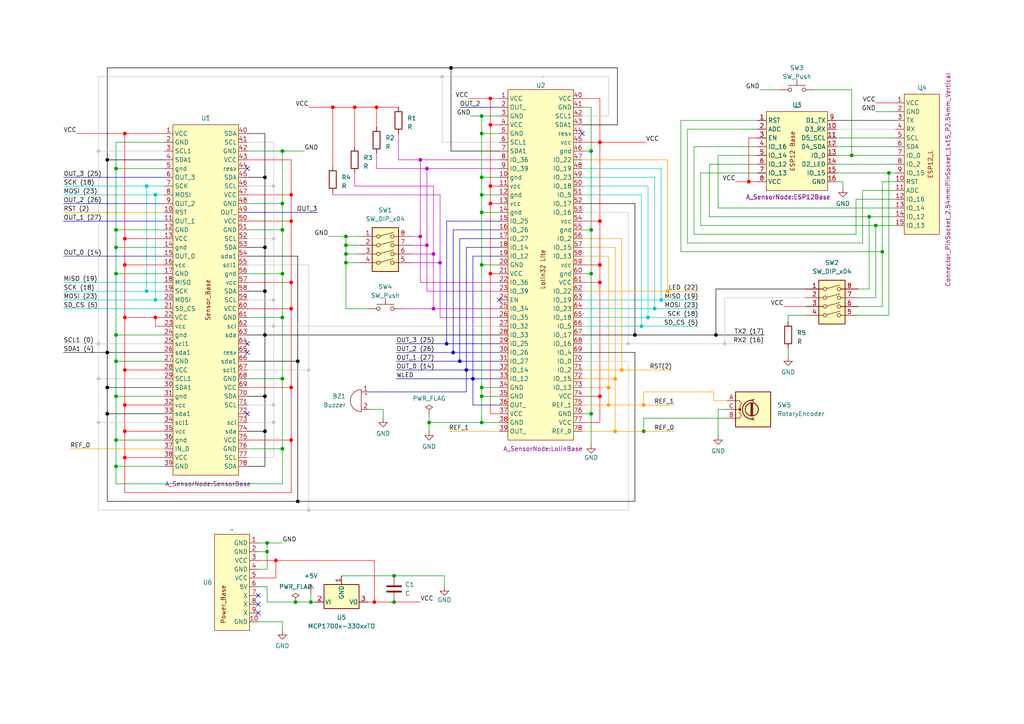
<source format=kicad_sch>
(kicad_sch (version 20230121) (generator eeschema)
  (paper "A4")
  (junction (at 131.445 102.235) (color 0 0 194 1))
  (junction (at 207.645 97.155) (color 0 0 0 1))
  (junction (at 139.7 33.655))
  (junction (at 36.195 117.475) (color 255 0 0 1))
  (junction (at 85.725 174.625))
  (junction (at 36.195 76.835) (color 255 0 0 1))
  (junction (at 79.375 122.555) (color 194 194 194 1))
  (junction (at 36.195 107.315) (color 255 0 0 1))
  (junction (at 81.915 43.815))
  (junction (at 142.24 53.975) (color 255 0 0 1))
  (junction (at 100.33 73.66))
  (junction (at 77.47 160.02))
  (junction (at 254 65.405))
  (junction (at 247.015 45.085))
  (junction (at 139.7 38.735))
  (junction (at 142.24 79.375) (color 255 0 0 1))
  (junction (at 36.195 132.715) (color 255 0 0 1))
  (junction (at 176.53 112.395) (color 255 153 0 1))
  (junction (at 79.375 69.215) (color 194 194 194 1))
  (junction (at 76.835 71.755) (color 0 0 0 1))
  (junction (at 123.825 48.895) (color 194 0 194 1))
  (junction (at 84.455 112.395) (color 255 0 0 1))
  (junction (at 182.245 99.695) (color 194 194 194 1))
  (junction (at 142.24 59.055) (color 255 0 0 1))
  (junction (at 255.905 73.025))
  (junction (at 186.69 117.475) (color 255 153 0 1))
  (junction (at 84.455 89.535) (color 255 0 0 1))
  (junction (at 33.655 79.375))
  (junction (at 100.33 68.58))
  (junction (at 139.7 112.395))
  (junction (at 193.675 84.455) (color 255 153 0 1))
  (junction (at 173.99 76.835) (color 255 0 0 1))
  (junction (at 210.185 99.695) (color 194 194 194 1))
  (junction (at 76.835 51.435) (color 0 0 0 1))
  (junction (at 189.865 89.535) (color 0 194 194 1))
  (junction (at 96.52 31.115) (color 255 0 0 1))
  (junction (at 139.7 51.435))
  (junction (at 125.73 89.535) (color 194 0 194 1))
  (junction (at 76.835 114.935) (color 0 0 0 1))
  (junction (at 28.575 99.695) (color 194 194 194 1))
  (junction (at 257.81 50.165))
  (junction (at 81.915 109.855))
  (junction (at 36.195 125.095) (color 255 0 0 1))
  (junction (at 28.575 109.855) (color 194 194 194 1))
  (junction (at 109.22 31.115) (color 255 0 0 1))
  (junction (at 33.655 66.675))
  (junction (at 217.17 52.705) (color 255 0 0 1))
  (junction (at 100.33 76.2))
  (junction (at 139.7 122.555))
  (junction (at 79.375 117.475) (color 194 194 194 1))
  (junction (at 186.055 94.615) (color 0 194 194 1))
  (junction (at 77.47 157.48))
  (junction (at 187.96 92.075) (color 0 194 194 1))
  (junction (at 45.085 92.075) (color 255 0 0 1))
  (junction (at 128.27 22.225) (color 194 194 194 1))
  (junction (at 81.915 92.075))
  (junction (at 171.45 43.815))
  (junction (at 133.35 104.775) (color 0 0 194 1))
  (junction (at 33.655 135.255))
  (junction (at 79.375 86.995) (color 194 194 194 1))
  (junction (at 76.835 125.095) (color 0 0 0 1))
  (junction (at 33.655 97.155))
  (junction (at 130.81 19.685) (color 0 0 0 1))
  (junction (at 127.635 76.2) (color 194 0 194 1))
  (junction (at 36.195 38.735) (color 255 0 0 1))
  (junction (at 79.375 94.615) (color 194 194 194 1))
  (junction (at 84.455 81.915) (color 255 0 0 1))
  (junction (at 135.255 107.315) (color 0 0 194 1))
  (junction (at 84.455 127.635) (color 255 0 0 1))
  (junction (at 100.33 71.12))
  (junction (at 137.16 109.855) (color 0 0 194 1))
  (junction (at 42.545 84.455) (color 0 194 194 1))
  (junction (at 28.575 43.815) (color 194 194 194 1))
  (junction (at 45.085 56.515) (color 0 194 194 1))
  (junction (at 191.77 86.995) (color 0 194 194 1))
  (junction (at 123.825 71.12) (color 194 0 194 1))
  (junction (at 28.575 122.555) (color 194 194 194 1))
  (junction (at 36.195 69.215) (color 255 0 0 1))
  (junction (at 36.195 92.075) (color 255 0 0 1))
  (junction (at 173.99 41.275) (color 255 0 0 1))
  (junction (at 84.455 56.515) (color 255 0 0 1))
  (junction (at 33.655 71.755))
  (junction (at 129.54 99.695) (color 0 0 194 1))
  (junction (at 31.115 112.395) (color 0 0 0 1))
  (junction (at 79.375 53.975) (color 194 194 194 1))
  (junction (at 171.45 120.015))
  (junction (at 76.835 84.455) (color 0 0 0 1))
  (junction (at 171.45 79.375))
  (junction (at 173.99 114.935) (color 255 0 0 1))
  (junction (at 114.3 167.005))
  (junction (at 90.17 174.625))
  (junction (at 80.01 162.56) (color 255 0 0 1))
  (junction (at 121.92 46.355) (color 194 0 194 1))
  (junction (at 31.115 102.235) (color 0 0 0 1))
  (junction (at 180.34 107.315) (color 255 153 0 1))
  (junction (at 121.92 68.58) (color 194 0 194 1))
  (junction (at 108.585 174.625) (color 255 0 0 1))
  (junction (at 139.7 56.515))
  (junction (at 125.73 73.66) (color 194 0 194 1))
  (junction (at 178.435 125.095) (color 255 153 0 1))
  (junction (at 186.69 125.095))
  (junction (at 33.655 114.935))
  (junction (at 84.455 64.135) (color 255 0 0 1))
  (junction (at 31.115 46.355) (color 0 0 0 1))
  (junction (at 89.535 147.955) (color 194 194 194 1))
  (junction (at 102.87 31.115) (color 255 0 0 1))
  (junction (at 139.7 114.935))
  (junction (at 124.46 122.555))
  (junction (at 114.3 174.625))
  (junction (at 184.15 97.155) (color 0 0 0 1))
  (junction (at 142.24 28.575) (color 255 0 0 1))
  (junction (at 81.915 130.175))
  (junction (at 31.115 120.015) (color 0 0 0 1))
  (junction (at 176.53 117.475) (color 255 153 0 1))
  (junction (at 252.095 62.865))
  (junction (at 171.45 66.675))
  (junction (at 139.7 76.835))
  (junction (at 139.7 61.595))
  (junction (at 81.915 79.375))
  (junction (at 33.655 48.895))
  (junction (at 81.915 59.055))
  (junction (at 81.915 66.675))
  (junction (at 33.655 104.775))
  (junction (at 173.99 64.135) (color 255 0 0 1))
  (junction (at 89.535 107.315) (color 194 194 194 1))
  (junction (at 142.24 36.195) (color 255 0 0 1))
  (junction (at 86.36 104.775) (color 0 0 0 1))
  (junction (at 76.835 97.155) (color 0 0 0 1))
  (junction (at 42.545 53.975) (color 0 194 194 1))
  (junction (at 45.085 86.995) (color 0 194 194 1))
  (junction (at 178.435 109.855) (color 255 153 0 1))
  (junction (at 86.36 145.415) (color 0 0 0 1))
  (junction (at 33.655 127.635))
  (junction (at 173.99 81.915) (color 255 0 0 1))
  (no_connect (at 74.93 175.26))
  (no_connect (at 71.755 99.695))
  (no_connect (at 144.78 86.995))
  (no_connect (at 71.755 48.895))
  (no_connect (at 168.91 38.735))
  (no_connect (at 74.93 177.8))
  (no_connect (at 74.93 172.72))
  (no_connect (at 71.755 120.015))
  (no_connect (at 71.755 102.235))
  (wire (pts (xy 176.53 117.475) (xy 168.91 117.475)) (stroke (width 0) (color 255 153 0 1)))
  (wire (pts (xy 199.39 37.465) (xy 219.71 37.465)))
  (wire (pts (xy 128.27 41.275) (xy 128.27 22.225)) (stroke (width 0) (color 194 194 194 1)))
  (wire (pts (xy 76.835 97.155) (xy 76.835 114.935)) (stroke (width 0) (color 0 0 0 1)))
  (wire (pts (xy 42.545 84.455) (xy 42.545 53.975)) (stroke (width 0) (color 0 194 194 1)))
  (wire (pts (xy 208.28 118.745) (xy 208.28 126.365)))
  (wire (pts (xy 259.715 55.245) (xy 250.19 55.245)))
  (wire (pts (xy 42.545 53.975) (xy 47.625 53.975)) (stroke (width 0) (color 0 194 194 1)))
  (wire (pts (xy 31.115 120.015) (xy 47.625 120.015)) (stroke (width 0) (color 0 0 0 1)))
  (wire (pts (xy 193.675 84.455) (xy 193.675 46.355)) (stroke (width 0) (color 255 153 0 1)))
  (wire (pts (xy 71.755 130.175) (xy 81.915 130.175)))
  (wire (pts (xy 107.315 113.665) (xy 135.255 113.665)) (stroke (width 0) (color 0 0 194 1)))
  (wire (pts (xy 127.635 92.075) (xy 144.78 92.075)) (stroke (width 0) (color 194 0 194 1)))
  (wire (pts (xy 171.45 120.015) (xy 168.91 120.015)))
  (wire (pts (xy 28.575 122.555) (xy 47.625 122.555)) (stroke (width 0) (color 194 194 194 1)))
  (wire (pts (xy 176.53 74.295) (xy 176.53 112.395)) (stroke (width 0) (color 255 153 0 1)))
  (wire (pts (xy 77.47 157.48) (xy 77.47 160.02)))
  (wire (pts (xy 125.73 89.535) (xy 144.78 89.535)) (stroke (width 0) (color 194 0 194 1)))
  (wire (pts (xy 71.755 97.155) (xy 76.835 97.155)) (stroke (width 0) (color 0 0 0 1)))
  (wire (pts (xy 31.115 19.685) (xy 31.115 46.355)) (stroke (width 0) (color 0 0 0 1)))
  (wire (pts (xy 139.7 38.735) (xy 144.78 38.735)))
  (wire (pts (xy 186.69 121.285) (xy 186.69 125.095)))
  (wire (pts (xy 186.055 56.515) (xy 186.055 94.615)) (stroke (width 0) (color 0 194 194 1)))
  (wire (pts (xy 219.71 40.005) (xy 217.17 40.005)) (stroke (width 0) (color 255 0 0 1)))
  (wire (pts (xy 81.915 92.075) (xy 71.755 92.075)))
  (wire (pts (xy 81.915 92.075) (xy 81.915 79.375)))
  (wire (pts (xy 28.575 147.955) (xy 89.535 147.955)) (stroke (width 0) (color 194 194 194 1)))
  (wire (pts (xy 182.245 99.695) (xy 210.185 99.695)) (stroke (width 0) (color 194 194 194 1)))
  (wire (pts (xy 254 32.385) (xy 259.715 32.385)))
  (wire (pts (xy 186.69 113.665) (xy 186.69 117.475)) (stroke (width 0) (color 255 153 0 1)))
  (wire (pts (xy 191.77 48.895) (xy 191.77 86.995)) (stroke (width 0) (color 0 194 194 1)))
  (wire (pts (xy 168.91 28.575) (xy 173.99 28.575)) (stroke (width 0) (color 255 0 0 1)))
  (wire (pts (xy 84.455 56.515) (xy 84.455 64.135)) (stroke (width 0) (color 255 0 0 1)))
  (wire (pts (xy 74.93 160.02) (xy 77.47 160.02)))
  (wire (pts (xy 79.375 69.215) (xy 79.375 86.995)) (stroke (width 0) (color 194 194 194 1)))
  (wire (pts (xy 36.195 38.735) (xy 47.625 38.735)) (stroke (width 0) (color 255 0 0 1)))
  (wire (pts (xy 106.68 174.625) (xy 108.585 174.625)) (stroke (width 0) (color 255 0 0 1)))
  (wire (pts (xy 171.45 79.375) (xy 171.45 120.015)))
  (wire (pts (xy 100.33 73.66) (xy 104.14 73.66)))
  (wire (pts (xy 77.47 157.48) (xy 81.915 157.48)))
  (wire (pts (xy 100.33 71.12) (xy 100.33 73.66)))
  (wire (pts (xy 81.915 43.815) (xy 88.265 43.815)))
  (wire (pts (xy 36.195 69.215) (xy 47.625 69.215)) (stroke (width 0) (color 255 0 0 1)))
  (wire (pts (xy 96.52 56.515) (xy 127.635 56.515)) (stroke (width 0) (color 194 0 194 1)))
  (wire (pts (xy 89.535 76.835) (xy 71.755 76.835)) (stroke (width 0) (color 194 194 194 1)))
  (wire (pts (xy 205.74 47.625) (xy 205.74 62.865)))
  (wire (pts (xy 33.655 135.255) (xy 33.655 140.335)))
  (wire (pts (xy 28.575 99.695) (xy 28.575 109.855)) (stroke (width 0) (color 194 194 194 1)))
  (wire (pts (xy 144.78 109.855) (xy 137.16 109.855)) (stroke (width 0) (color 0 0 194 1)))
  (wire (pts (xy 22.225 38.735) (xy 36.195 38.735)) (stroke (width 0) (color 255 0 0 1)))
  (wire (pts (xy 130.81 43.815) (xy 144.78 43.815)) (stroke (width 0) (color 0 0 0 1)))
  (wire (pts (xy 207.01 116.205) (xy 210.82 116.205)) (stroke (width 0) (color 255 153 0 1)))
  (wire (pts (xy 259.715 57.785) (xy 248.285 57.785)))
  (wire (pts (xy 186.69 113.665) (xy 207.01 113.665)) (stroke (width 0) (color 255 153 0 1)))
  (wire (pts (xy 180.34 69.215) (xy 180.34 107.315)) (stroke (width 0) (color 255 153 0 1)))
  (wire (pts (xy 100.33 76.2) (xy 100.33 89.535)))
  (wire (pts (xy 36.195 92.075) (xy 36.195 107.315)) (stroke (width 0) (color 255 0 0 1)))
  (wire (pts (xy 139.7 112.395) (xy 144.78 112.395)))
  (wire (pts (xy 76.835 51.435) (xy 76.835 71.755)) (stroke (width 0) (color 0 0 0 1)))
  (wire (pts (xy 18.415 74.295) (xy 47.625 74.295)) (stroke (width 0) (color 0 0 194 1)))
  (wire (pts (xy 121.92 68.58) (xy 121.92 81.915)) (stroke (width 0) (color 194 0 194 1)))
  (wire (pts (xy 207.645 83.82) (xy 233.68 83.82)) (stroke (width 0) (color 0 0 0 1)))
  (wire (pts (xy 33.655 127.635) (xy 47.625 127.635)))
  (wire (pts (xy 100.33 73.66) (xy 100.33 76.2)))
  (wire (pts (xy 187.96 53.975) (xy 187.96 92.075)) (stroke (width 0) (color 0 194 194 1)))
  (wire (pts (xy 31.115 102.235) (xy 31.115 112.395)) (stroke (width 0) (color 0 0 0 1)))
  (wire (pts (xy 31.115 112.395) (xy 31.115 120.015)) (stroke (width 0) (color 0 0 0 1)))
  (wire (pts (xy 45.085 56.515) (xy 47.625 56.515)) (stroke (width 0) (color 0 194 194 1)))
  (wire (pts (xy 121.92 46.355) (xy 121.92 68.58)) (stroke (width 0) (color 194 0 194 1)))
  (wire (pts (xy 71.755 51.435) (xy 76.835 51.435)) (stroke (width 0) (color 0 0 0 1)))
  (wire (pts (xy 76.835 71.755) (xy 76.835 84.455)) (stroke (width 0) (color 0 0 0 1)))
  (wire (pts (xy 84.455 127.635) (xy 71.755 127.635)) (stroke (width 0) (color 255 0 0 1)))
  (wire (pts (xy 36.195 125.095) (xy 36.195 132.715)) (stroke (width 0) (color 255 0 0 1)))
  (wire (pts (xy 121.92 174.625) (xy 114.3 174.625)) (stroke (width 0) (color 255 0 0 1)))
  (wire (pts (xy 168.91 125.095) (xy 178.435 125.095)) (stroke (width 0) (color 255 153 0 1)))
  (wire (pts (xy 76.835 114.935) (xy 71.755 114.935)) (stroke (width 0) (color 0 0 0 1)))
  (wire (pts (xy 137.16 109.855) (xy 137.16 117.475)) (stroke (width 0) (color 0 0 194 1)))
  (wire (pts (xy 142.24 53.975) (xy 142.24 59.055)) (stroke (width 0) (color 255 0 0 1)))
  (wire (pts (xy 109.22 31.115) (xy 115.57 31.115)) (stroke (width 0) (color 255 0 0 1)))
  (wire (pts (xy 173.99 41.275) (xy 187.325 41.275)) (stroke (width 0) (color 255 0 0 1)))
  (wire (pts (xy 194.945 107.315) (xy 180.34 107.315)) (stroke (width 0) (color 255 153 0 1)))
  (wire (pts (xy 121.92 46.355) (xy 144.78 46.355)) (stroke (width 0) (color 194 0 194 1)))
  (wire (pts (xy 81.915 180.34) (xy 81.915 182.88)))
  (wire (pts (xy 176.53 112.395) (xy 176.53 117.475)) (stroke (width 0) (color 255 153 0 1)))
  (wire (pts (xy 31.115 19.685) (xy 130.81 19.685)) (stroke (width 0) (color 0 0 0 1)))
  (wire (pts (xy 20.32 130.175) (xy 47.625 130.175)) (stroke (width 0) (color 255 153 0 1)))
  (wire (pts (xy 171.45 43.815) (xy 171.45 66.675)))
  (wire (pts (xy 208.28 45.085) (xy 219.71 45.085)))
  (wire (pts (xy 137.16 117.475) (xy 144.78 117.475)) (stroke (width 0) (color 0 0 194 1)))
  (wire (pts (xy 252.095 62.865) (xy 259.715 62.865)))
  (wire (pts (xy 142.24 59.055) (xy 144.78 59.055)) (stroke (width 0) (color 255 0 0 1)))
  (wire (pts (xy 108.585 174.625) (xy 108.585 162.56)) (stroke (width 0) (color 255 0 0 1)))
  (wire (pts (xy 79.375 53.975) (xy 79.375 69.215)) (stroke (width 0) (color 194 194 194 1)))
  (wire (pts (xy 84.455 89.535) (xy 84.455 112.395)) (stroke (width 0) (color 255 0 0 1)))
  (wire (pts (xy 33.655 140.335) (xy 81.915 140.335)))
  (wire (pts (xy 248.92 91.44) (xy 257.81 91.44)))
  (wire (pts (xy 197.485 73.025) (xy 197.485 34.925)))
  (wire (pts (xy 139.7 56.515) (xy 144.78 56.515)))
  (wire (pts (xy 168.91 66.675) (xy 171.45 66.675)))
  (wire (pts (xy 213.36 52.705) (xy 217.17 52.705)) (stroke (width 0) (color 255 0 0 1)))
  (wire (pts (xy 208.28 60.325) (xy 208.28 45.085)))
  (wire (pts (xy 77.47 174.625) (xy 85.725 174.625)))
  (wire (pts (xy 33.655 41.275) (xy 47.625 41.275)))
  (wire (pts (xy 102.87 31.115) (xy 102.87 42.545)) (stroke (width 0) (color 255 0 0 1)))
  (wire (pts (xy 96.52 55.88) (xy 96.52 56.515)) (stroke (width 0) (color 194 0 194 1)))
  (wire (pts (xy 81.915 66.675) (xy 81.915 59.055)))
  (wire (pts (xy 127.635 56.515) (xy 127.635 76.2)) (stroke (width 0) (color 194 0 194 1)))
  (wire (pts (xy 86.36 104.775) (xy 86.36 145.415)) (stroke (width 0) (color 0 0 0 1)))
  (wire (pts (xy 203.2 65.405) (xy 254 65.405)))
  (wire (pts (xy 176.53 22.225) (xy 176.53 33.655)) (stroke (width 0) (color 194 194 194 1)))
  (wire (pts (xy 36.195 125.095) (xy 47.625 125.095)) (stroke (width 0) (color 255 0 0 1)))
  (wire (pts (xy 210.82 118.745) (xy 208.28 118.745)))
  (wire (pts (xy 33.655 66.675) (xy 47.625 66.675)))
  (wire (pts (xy 36.195 117.475) (xy 47.625 117.475)) (stroke (width 0) (color 255 0 0 1)))
  (wire (pts (xy 71.755 107.315) (xy 89.535 107.315)) (stroke (width 0) (color 194 194 194 1)))
  (wire (pts (xy 144.78 79.375) (xy 142.24 79.375)) (stroke (width 0) (color 255 0 0 1)))
  (wire (pts (xy 139.7 51.435) (xy 139.7 56.515)))
  (wire (pts (xy 71.755 104.775) (xy 86.36 104.775)) (stroke (width 0) (color 0 0 0 1)))
  (wire (pts (xy 242.57 34.925) (xy 259.715 34.925)) (stroke (width 0) (color 0 0 0 1)))
  (wire (pts (xy 189.865 89.535) (xy 202.565 89.535)) (stroke (width 0) (color 0 194 194 1)))
  (wire (pts (xy 248.285 67.945) (xy 201.295 67.945)))
  (wire (pts (xy 257.81 50.165) (xy 259.715 50.165)))
  (wire (pts (xy 168.91 51.435) (xy 189.865 51.435)) (stroke (width 0) (color 0 194 194 1)))
  (wire (pts (xy 74.93 157.48) (xy 77.47 157.48)))
  (wire (pts (xy 81.915 59.055) (xy 71.755 59.055)))
  (wire (pts (xy 168.91 71.755) (xy 178.435 71.755)) (stroke (width 0) (color 255 153 0 1)))
  (wire (pts (xy 259.715 60.325) (xy 208.28 60.325)))
  (wire (pts (xy 96.52 31.115) (xy 96.52 48.26)) (stroke (width 0) (color 255 0 0 1)))
  (wire (pts (xy 242.57 52.705) (xy 244.475 52.705)))
  (wire (pts (xy 139.7 56.515) (xy 139.7 61.595)))
  (wire (pts (xy 81.915 59.055) (xy 81.915 43.815)))
  (wire (pts (xy 137.16 74.295) (xy 144.78 74.295)) (stroke (width 0) (color 0 0 194 1)))
  (wire (pts (xy 115.57 38.735) (xy 115.57 46.355)) (stroke (width 0) (color 194 0 194 1)))
  (wire (pts (xy 142.24 36.195) (xy 142.24 53.975)) (stroke (width 0) (color 255 0 0 1)))
  (wire (pts (xy 81.915 109.855) (xy 81.915 92.075)))
  (wire (pts (xy 144.78 31.115) (xy 133.35 31.115)) (stroke (width 0) (color 0 0 194 1)))
  (wire (pts (xy 89.535 147.955) (xy 182.245 147.955)) (stroke (width 0) (color 194 194 194 1)))
  (wire (pts (xy 178.435 125.095) (xy 186.69 125.095)) (stroke (width 0) (color 255 153 0 1)))
  (wire (pts (xy 255.905 52.705) (xy 255.905 73.025)))
  (wire (pts (xy 84.455 81.915) (xy 71.755 81.915)) (stroke (width 0) (color 255 0 0 1)))
  (wire (pts (xy 31.115 112.395) (xy 47.625 112.395)) (stroke (width 0) (color 0 0 0 1)))
  (wire (pts (xy 189.865 51.435) (xy 189.865 89.535)) (stroke (width 0) (color 0 194 194 1)))
  (wire (pts (xy 171.45 31.115) (xy 171.45 43.815)))
  (wire (pts (xy 254 86.36) (xy 254 65.405)))
  (wire (pts (xy 133.35 104.775) (xy 144.78 104.775)) (stroke (width 0) (color 0 0 194 1)))
  (wire (pts (xy 135.255 71.755) (xy 144.78 71.755)) (stroke (width 0) (color 0 0 194 1)))
  (wire (pts (xy 242.57 45.085) (xy 247.015 45.085)))
  (wire (pts (xy 114.935 104.775) (xy 133.35 104.775)) (stroke (width 0) (color 0 0 194 1)))
  (wire (pts (xy 81.915 66.675) (xy 71.755 66.675)))
  (wire (pts (xy 119.38 71.12) (xy 123.825 71.12)) (stroke (width 0) (color 194 0 194 1)))
  (wire (pts (xy 168.91 102.235) (xy 184.15 102.235)) (stroke (width 0) (color 0 0 0 1)))
  (wire (pts (xy 247.015 45.085) (xy 259.715 45.085)))
  (wire (pts (xy 176.53 33.655) (xy 168.91 33.655)) (stroke (width 0) (color 194 194 194 1)))
  (wire (pts (xy 168.91 97.155) (xy 184.15 97.155)) (stroke (width 0) (color 0 0 0 1)))
  (wire (pts (xy 36.195 107.315) (xy 36.195 117.475)) (stroke (width 0) (color 255 0 0 1)))
  (wire (pts (xy 84.455 56.515) (xy 71.755 56.515)) (stroke (width 0) (color 255 0 0 1)))
  (wire (pts (xy 168.91 109.855) (xy 178.435 109.855)) (stroke (width 0) (color 255 153 0 1)))
  (wire (pts (xy 109.22 36.83) (xy 109.22 31.115)) (stroke (width 0) (color 255 0 0 1)))
  (wire (pts (xy 18.415 59.055) (xy 47.625 59.055)) (stroke (width 0) (color 0 0 194 1)))
  (wire (pts (xy 84.455 81.915) (xy 84.455 89.535)) (stroke (width 0) (color 255 0 0 1)))
  (wire (pts (xy 255.905 73.025) (xy 255.905 88.9)))
  (wire (pts (xy 168.91 104.775) (xy 182.245 104.775)) (stroke (width 0) (color 194 194 194 1)))
  (wire (pts (xy 168.91 48.895) (xy 191.77 48.895)) (stroke (width 0) (color 0 194 194 1)))
  (wire (pts (xy 33.655 127.635) (xy 33.655 135.255)))
  (wire (pts (xy 173.99 114.935) (xy 168.91 114.935)) (stroke (width 0) (color 255 0 0 1)))
  (wire (pts (xy 89.535 76.835) (xy 89.535 107.315)) (stroke (width 0) (color 194 194 194 1)))
  (wire (pts (xy 115.57 46.355) (xy 121.92 46.355)) (stroke (width 0) (color 194 0 194 1)))
  (wire (pts (xy 109.22 48.895) (xy 123.825 48.895)) (stroke (width 0) (color 194 0 194 1)))
  (wire (pts (xy 168.91 92.075) (xy 187.96 92.075)) (stroke (width 0) (color 0 194 194 1)))
  (wire (pts (xy 84.455 89.535) (xy 71.755 89.535)) (stroke (width 0) (color 255 0 0 1)))
  (wire (pts (xy 100.33 89.535) (xy 106.68 89.535)))
  (wire (pts (xy 203.2 50.165) (xy 203.2 65.405)))
  (wire (pts (xy 123.825 48.895) (xy 123.825 71.12)) (stroke (width 0) (color 194 0 194 1)))
  (wire (pts (xy 36.195 92.075) (xy 45.085 92.075)) (stroke (width 0) (color 255 0 0 1)))
  (wire (pts (xy 90.17 172.085) (xy 90.17 174.625)))
  (wire (pts (xy 139.7 76.835) (xy 139.7 112.395)))
  (wire (pts (xy 111.125 118.745) (xy 111.125 121.285)))
  (wire (pts (xy 114.3 174.625) (xy 113.03 174.625)))
  (wire (pts (xy 79.375 117.475) (xy 71.755 117.475)) (stroke (width 0) (color 194 194 194 1)))
  (wire (pts (xy 252.095 83.82) (xy 252.095 62.865)))
  (wire (pts (xy 33.655 79.375) (xy 33.655 97.155)))
  (wire (pts (xy 81.915 109.855) (xy 71.755 109.855)))
  (wire (pts (xy 33.655 48.895) (xy 47.625 48.895)))
  (wire (pts (xy 168.91 86.995) (xy 191.77 86.995)) (stroke (width 0) (color 0 194 194 1)))
  (wire (pts (xy 139.7 38.735) (xy 139.7 51.435)))
  (wire (pts (xy 228.6 93.345) (xy 228.6 91.44)))
  (wire (pts (xy 96.52 31.115) (xy 102.87 31.115)) (stroke (width 0) (color 255 0 0 1)))
  (wire (pts (xy 79.375 94.615) (xy 144.78 94.615)) (stroke (width 0) (color 194 194 194 1)))
  (wire (pts (xy 207.645 97.155) (xy 221.615 97.155)) (stroke (width 0) (color 0 0 0 1)))
  (wire (pts (xy 184.15 102.235) (xy 184.15 145.415)) (stroke (width 0) (color 0 0 0 1)))
  (wire (pts (xy 125.73 73.66) (xy 125.73 89.535)) (stroke (width 0) (color 194 0 194 1)))
  (wire (pts (xy 228.6 91.44) (xy 233.68 91.44)))
  (wire (pts (xy 128.905 167.005) (xy 128.905 170.18)))
  (wire (pts (xy 71.755 135.255) (xy 76.835 135.255)) (stroke (width 0) (color 0 0 0 1)))
  (wire (pts (xy 139.7 61.595) (xy 144.78 61.595)))
  (wire (pts (xy 168.91 112.395) (xy 176.53 112.395)) (stroke (width 0) (color 255 153 0 1)))
  (wire (pts (xy 77.47 170.18) (xy 74.93 170.18)))
  (wire (pts (xy 45.085 86.995) (xy 45.085 56.515)) (stroke (width 0) (color 0 194 194 1)))
  (wire (pts (xy 71.755 86.995) (xy 79.375 86.995)) (stroke (width 0) (color 194 194 194 1)))
  (wire (pts (xy 254 29.845) (xy 259.715 29.845)) (stroke (width 0) (color 255 0 0 1)))
  (wire (pts (xy 90.17 174.625) (xy 91.44 174.625)))
  (wire (pts (xy 199.39 70.485) (xy 199.39 37.465)))
  (wire (pts (xy 31.115 145.415) (xy 86.36 145.415)) (stroke (width 0) (color 0 0 0 1)))
  (wire (pts (xy 136.525 33.655) (xy 139.7 33.655)))
  (wire (pts (xy 210.185 86.36) (xy 233.68 86.36)) (stroke (width 0) (color 194 194 194 1)))
  (wire (pts (xy 168.91 122.555) (xy 173.99 122.555)) (stroke (width 0) (color 255 0 0 1)))
  (wire (pts (xy 250.19 70.485) (xy 199.39 70.485)))
  (wire (pts (xy 171.45 66.675) (xy 171.45 79.375)))
  (wire (pts (xy 197.485 34.925) (xy 219.71 34.925)))
  (wire (pts (xy 255.905 73.025) (xy 197.485 73.025)))
  (wire (pts (xy 114.935 109.855) (xy 137.16 109.855)) (stroke (width 0) (color 0 0 194 1)))
  (wire (pts (xy 31.115 46.355) (xy 31.115 102.235)) (stroke (width 0) (color 0 0 0 1)))
  (wire (pts (xy 173.99 122.555) (xy 173.99 114.935)) (stroke (width 0) (color 255 0 0 1)))
  (wire (pts (xy 168.91 59.055) (xy 184.15 59.055)) (stroke (width 0) (color 0 0 0 1)))
  (wire (pts (xy 217.17 52.705) (xy 219.71 52.705)) (stroke (width 0) (color 255 0 0 1)))
  (wire (pts (xy 36.195 76.835) (xy 47.625 76.835)) (stroke (width 0) (color 255 0 0 1)))
  (wire (pts (xy 80.01 162.56) (xy 80.01 167.64)) (stroke (width 0) (color 255 0 0 1)))
  (wire (pts (xy 108.585 162.56) (xy 80.01 162.56)) (stroke (width 0) (color 255 0 0 1)))
  (wire (pts (xy 168.91 61.595) (xy 182.245 61.595)) (stroke (width 0) (color 194 194 194 1)))
  (wire (pts (xy 176.53 117.475) (xy 186.69 117.475)) (stroke (width 0) (color 255 153 0 1)))
  (wire (pts (xy 99.06 167.005) (xy 114.3 167.005)))
  (wire (pts (xy 36.195 38.735) (xy 36.195 69.215)) (stroke (width 0) (color 255 0 0 1)))
  (wire (pts (xy 18.415 81.915) (xy 47.625 81.915)) (stroke (width 0) (color 0 194 194 1)))
  (wire (pts (xy 130.81 19.685) (xy 179.07 19.685)) (stroke (width 0) (color 0 0 0 1)))
  (wire (pts (xy 81.915 130.175) (xy 81.915 140.335)))
  (wire (pts (xy 168.91 84.455) (xy 193.675 84.455)) (stroke (width 0) (color 255 153 0 1)))
  (wire (pts (xy 80.01 167.64) (xy 74.93 167.64)) (stroke (width 0) (color 255 0 0 1)))
  (wire (pts (xy 18.415 61.595) (xy 47.625 61.595)) (stroke (width 0) (color 255 153 0 1)))
  (wire (pts (xy 28.575 109.855) (xy 47.625 109.855)) (stroke (width 0) (color 194 194 194 1)))
  (wire (pts (xy 168.91 56.515) (xy 186.055 56.515)) (stroke (width 0) (color 0 194 194 1)))
  (wire (pts (xy 171.45 43.815) (xy 168.91 43.815)))
  (wire (pts (xy 220.345 26.035) (xy 226.06 26.035)))
  (wire (pts (xy 168.91 41.275) (xy 173.99 41.275)) (stroke (width 0) (color 255 0 0 1)))
  (wire (pts (xy 104.14 71.12) (xy 100.33 71.12)))
  (wire (pts (xy 33.655 104.775) (xy 47.625 104.775)))
  (wire (pts (xy 124.46 120.015) (xy 124.46 122.555)))
  (wire (pts (xy 133.35 69.215) (xy 133.35 104.775)) (stroke (width 0) (color 0 0 194 1)))
  (wire (pts (xy 77.47 174.625) (xy 77.47 170.18)))
  (wire (pts (xy 123.825 84.455) (xy 144.78 84.455)) (stroke (width 0) (color 194 0 194 1)))
  (wire (pts (xy 71.755 84.455) (xy 76.835 84.455)) (stroke (width 0) (color 0 0 0 1)))
  (wire (pts (xy 133.35 69.215) (xy 144.78 69.215)) (stroke (width 0) (color 0 0 194 1)))
  (wire (pts (xy 71.755 38.735) (xy 76.835 38.735)) (stroke (width 0) (color 0 0 0 1)))
  (wire (pts (xy 178.435 71.755) (xy 178.435 109.855)) (stroke (width 0) (color 255 153 0 1)))
  (wire (pts (xy 114.935 102.235) (xy 131.445 102.235)) (stroke (width 0) (color 0 0 194 1)))
  (wire (pts (xy 86.36 145.415) (xy 184.15 145.415)) (stroke (width 0) (color 0 0 0 1)))
  (wire (pts (xy 84.455 112.395) (xy 84.455 127.635)) (stroke (width 0) (color 255 0 0 1)))
  (wire (pts (xy 71.755 64.135) (xy 84.455 64.135)) (stroke (width 0) (color 255 0 0 1)))
  (wire (pts (xy 28.575 122.555) (xy 28.575 147.955)) (stroke (width 0) (color 194 194 194 1)))
  (wire (pts (xy 248.92 83.82) (xy 252.095 83.82)))
  (wire (pts (xy 18.415 56.515) (xy 45.085 56.515)) (stroke (width 0) (color 0 194 194 1)))
  (wire (pts (xy 179.07 19.685) (xy 179.07 36.195)) (stroke (width 0) (color 0 0 0 1)))
  (wire (pts (xy 205.74 62.865) (xy 252.095 62.865)))
  (wire (pts (xy 114.935 107.315) (xy 135.255 107.315)) (stroke (width 0) (color 0 0 194 1)))
  (wire (pts (xy 171.45 120.015) (xy 171.45 128.905)))
  (wire (pts (xy 242.57 47.625) (xy 259.715 47.625)))
  (wire (pts (xy 18.415 53.975) (xy 42.545 53.975)) (stroke (width 0) (color 0 194 194 1)))
  (wire (pts (xy 123.825 48.895) (xy 144.78 48.895)) (stroke (width 0) (color 194 0 194 1)))
  (wire (pts (xy 33.655 48.895) (xy 33.655 66.675)))
  (wire (pts (xy 144.78 102.235) (xy 131.445 102.235)) (stroke (width 0) (color 0 0 194 1)))
  (wire (pts (xy 102.87 53.975) (xy 125.73 53.975)) (stroke (width 0) (color 194 0 194 1)))
  (wire (pts (xy 207.01 113.665) (xy 207.01 116.205)) (stroke (width 0) (color 255 153 0 1)))
  (wire (pts (xy 104.14 76.2) (xy 100.33 76.2)))
  (wire (pts (xy 173.99 64.135) (xy 173.99 76.835)) (stroke (width 0) (color 255 0 0 1)))
  (wire (pts (xy 130.175 125.095) (xy 144.78 125.095)) (stroke (width 0) (color 255 153 0 1)))
  (wire (pts (xy 31.115 46.355) (xy 47.625 46.355)) (stroke (width 0) (color 0 0 0 1)))
  (wire (pts (xy 84.455 64.135) (xy 84.455 81.915)) (stroke (width 0) (color 255 0 0 1)))
  (wire (pts (xy 79.375 41.275) (xy 79.375 53.975)) (stroke (width 0) (color 194 194 194 1)))
  (wire (pts (xy 28.575 99.695) (xy 18.415 99.695)) (stroke (width 0) (color 194 194 194 1)))
  (wire (pts (xy 168.91 89.535) (xy 189.865 89.535)) (stroke (width 0) (color 0 194 194 1)))
  (wire (pts (xy 33.655 71.755) (xy 33.655 79.375)))
  (wire (pts (xy 144.78 99.695) (xy 129.54 99.695)) (stroke (width 0) (color 0 0 194 1)))
  (wire (pts (xy 33.655 104.775) (xy 33.655 114.935)))
  (wire (pts (xy 250.19 55.245) (xy 250.19 70.485)))
  (wire (pts (xy 228.6 100.965) (xy 228.6 103.505)))
  (wire (pts (xy 28.575 22.225) (xy 128.27 22.225)) (stroke (width 0) (color 194 194 194 1)))
  (wire (pts (xy 242.57 37.465) (xy 259.715 37.465)) (stroke (width 0) (color 194 194 194 1)))
  (wire (pts (xy 131.445 102.235) (xy 131.445 66.675)) (stroke (width 0) (color 0 0 194 1)))
  (wire (pts (xy 86.36 74.295) (xy 71.755 74.295)) (stroke (width 0) (color 0 0 0 1)))
  (wire (pts (xy 81.915 130.175) (xy 81.915 109.855)))
  (wire (pts (xy 201.295 67.945) (xy 201.295 42.545)))
  (wire (pts (xy 135.255 113.665) (xy 135.255 107.315)) (stroke (width 0) (color 0 0 194 1)))
  (wire (pts (xy 248.92 88.9) (xy 255.905 88.9)))
  (wire (pts (xy 168.91 81.915) (xy 173.99 81.915)) (stroke (width 0) (color 255 0 0 1)))
  (wire (pts (xy 95.25 68.58) (xy 100.33 68.58)))
  (wire (pts (xy 184.15 59.055) (xy 184.15 97.155)) (stroke (width 0) (color 0 0 0 1)))
  (wire (pts (xy 33.655 97.155) (xy 47.625 97.155)))
  (wire (pts (xy 84.455 46.355) (xy 84.455 56.515)) (stroke (width 0) (color 255 0 0 1)))
  (wire (pts (xy 71.755 41.275) (xy 79.375 41.275)) (stroke (width 0) (color 194 194 194 1)))
  (wire (pts (xy 144.78 28.575) (xy 142.24 28.575)) (stroke (width 0) (color 255 0 0 1)))
  (wire (pts (xy 168.91 46.355) (xy 193.675 46.355)) (stroke (width 0) (color 255 153 0 1)))
  (wire (pts (xy 257.81 91.44) (xy 257.81 50.165)))
  (wire (pts (xy 74.93 180.34) (xy 81.915 180.34)))
  (wire (pts (xy 127.635 76.2) (xy 127.635 92.075)) (stroke (width 0) (color 194 0 194 1)))
  (wire (pts (xy 33.655 135.255) (xy 47.625 135.255)))
  (wire (pts (xy 36.195 76.835) (xy 36.195 92.075)) (stroke (width 0) (color 255 0 0 1)))
  (wire (pts (xy 18.415 86.995) (xy 45.085 86.995)) (stroke (width 0) (color 0 194 194 1)))
  (wire (pts (xy 227.33 88.9) (xy 233.68 88.9)) (stroke (width 0) (color 255 0 0 1)))
  (wire (pts (xy 242.57 50.165) (xy 257.81 50.165)))
  (wire (pts (xy 131.445 66.675) (xy 144.78 66.675)) (stroke (width 0) (color 0 0 194 1)))
  (wire (pts (xy 100.33 68.58) (xy 100.33 71.12)))
  (wire (pts (xy 114.935 99.695) (xy 129.54 99.695)) (stroke (width 0) (color 0 0 194 1)))
  (wire (pts (xy 36.195 117.475) (xy 36.195 125.095)) (stroke (width 0) (color 255 0 0 1)))
  (wire (pts (xy 182.245 104.775) (xy 182.245 147.955)) (stroke (width 0) (color 194 194 194 1)))
  (wire (pts (xy 137.16 109.855) (xy 137.16 74.295)) (stroke (width 0) (color 0 0 194 1)))
  (wire (pts (xy 79.375 122.555) (xy 79.375 132.715)) (stroke (width 0) (color 194 194 194 1)))
  (wire (pts (xy 144.78 107.315) (xy 135.255 107.315)) (stroke (width 0) (color 0 0 194 1)))
  (wire (pts (xy 119.38 68.58) (xy 121.92 68.58)) (stroke (width 0) (color 194 0 194 1)))
  (wire (pts (xy 79.375 53.975) (xy 71.755 53.975)) (stroke (width 0) (color 194 194 194 1)))
  (wire (pts (xy 31.115 102.235) (xy 18.415 102.235)) (stroke (width 0) (color 0 0 0 1)))
  (wire (pts (xy 168.91 94.615) (xy 186.055 94.615)) (stroke (width 0) (color 0 194 194 1)))
  (wire (pts (xy 84.455 112.395) (xy 71.755 112.395)) (stroke (width 0) (color 255 0 0 1)))
  (wire (pts (xy 244.475 52.705) (xy 244.475 54.61)))
  (wire (pts (xy 173.99 41.275) (xy 173.99 64.135)) (stroke (width 0) (color 255 0 0 1)))
  (wire (pts (xy 144.78 76.835) (xy 139.7 76.835)))
  (wire (pts (xy 168.91 76.835) (xy 173.99 76.835)) (stroke (width 0) (color 255 0 0 1)))
  (wire (pts (xy 179.07 36.195) (xy 168.91 36.195)) (stroke (width 0) (color 0 0 0 1)))
  (wire (pts (xy 74.93 162.56) (xy 80.01 162.56)) (stroke (width 0) (color 255 0 0 1)))
  (wire (pts (xy 71.755 94.615) (xy 79.375 94.615)) (stroke (width 0) (color 194 194 194 1)))
  (wire (pts (xy 139.7 114.935) (xy 144.78 114.935)))
  (wire (pts (xy 187.96 92.075) (xy 202.565 92.075)) (stroke (width 0) (color 0 194 194 1)))
  (wire (pts (xy 123.825 71.12) (xy 123.825 84.455)) (stroke (width 0) (color 194 0 194 1)))
  (wire (pts (xy 184.15 97.155) (xy 207.645 97.155)) (stroke (width 0) (color 0 0 0 1)))
  (wire (pts (xy 79.375 94.615) (xy 79.375 117.475)) (stroke (width 0) (color 194 194 194 1)))
  (wire (pts (xy 168.91 53.975) (xy 187.96 53.975)) (stroke (width 0) (color 0 194 194 1)))
  (wire (pts (xy 33.655 79.375) (xy 47.625 79.375)))
  (wire (pts (xy 129.54 99.695) (xy 129.54 64.135)) (stroke (width 0) (color 0 0 194 1)))
  (wire (pts (xy 77.47 160.02) (xy 77.47 165.1)))
  (wire (pts (xy 28.575 43.815) (xy 47.625 43.815)) (stroke (width 0) (color 194 194 194 1)))
  (wire (pts (xy 142.24 59.055) (xy 142.24 79.375)) (stroke (width 0) (color 255 0 0 1)))
  (wire (pts (xy 219.71 47.625) (xy 205.74 47.625)))
  (wire (pts (xy 121.92 81.915) (xy 144.78 81.915)) (stroke (width 0) (color 194 0 194 1)))
  (wire (pts (xy 201.295 42.545) (xy 219.71 42.545)))
  (wire (pts (xy 28.575 99.695) (xy 47.625 99.695)) (stroke (width 0) (color 194 194 194 1)))
  (wire (pts (xy 168.91 79.375) (xy 171.45 79.375)))
  (wire (pts (xy 128.27 41.275) (xy 144.78 41.275)) (stroke (width 0) (color 194 194 194 1)))
  (wire (pts (xy 186.055 94.615) (xy 202.565 94.615)) (stroke (width 0) (color 0 194 194 1)))
  (wire (pts (xy 142.24 36.195) (xy 144.78 36.195)) (stroke (width 0) (color 255 0 0 1)))
  (wire (pts (xy 168.91 107.315) (xy 180.34 107.315)) (stroke (width 0) (color 255 153 0 1)))
  (wire (pts (xy 168.91 64.135) (xy 173.99 64.135)) (stroke (width 0) (color 255 0 0 1)))
  (wire (pts (xy 210.82 121.285) (xy 186.69 121.285)))
  (wire (pts (xy 76.835 84.455) (xy 76.835 97.155)) (stroke (width 0) (color 0 0 0 1)))
  (wire (pts (xy 33.655 114.935) (xy 33.655 127.635)))
  (wire (pts (xy 74.93 165.1) (xy 77.47 165.1)))
  (wire (pts (xy 84.455 127.635) (xy 84.455 142.875)) (stroke (width 0) (color 255 0 0 1)))
  (wire (pts (xy 89.535 31.115) (xy 96.52 31.115)) (stroke (width 0) (color 255 0 0 1)))
  (wire (pts (xy 173.99 28.575) (xy 173.99 41.275)) (stroke (width 0) (color 255 0 0 1)))
  (wire (pts (xy 173.99 81.915) (xy 173.99 114.935)) (stroke (width 0) (color 255 0 0 1)))
  (wire (pts (xy 119.38 76.2) (xy 127.635 76.2)) (stroke (width 0) (color 194 0 194 1)))
  (wire (pts (xy 31.115 120.015) (xy 31.115 145.415)) (stroke (width 0) (color 0 0 0 1)))
  (wire (pts (xy 71.755 61.595) (xy 92.075 61.595)) (stroke (width 0) (color 0 0 194 1)))
  (wire (pts (xy 18.415 64.135) (xy 47.625 64.135)) (stroke (width 0) (color 0 0 194 1)))
  (wire (pts (xy 18.415 89.535) (xy 47.625 89.535)) (stroke (width 0) (color 0 194 194 1)))
  (wire (pts (xy 186.69 117.475) (xy 195.58 117.475)) (stroke (width 0) (color 255 153 0 1)))
  (wire (pts (xy 248.285 57.785) (xy 248.285 67.945)))
  (wire (pts (xy 248.92 86.36) (xy 254 86.36)))
  (wire (pts (xy 254 65.405) (xy 259.715 65.405)))
  (wire (pts (xy 186.69 125.095) (xy 195.58 125.095)) (stroke (width 0) (color 255 153 0 1)))
  (wire (pts (xy 76.835 38.735) (xy 76.835 51.435)) (stroke (width 0) (color 0 0 0 1)))
  (wire (pts (xy 202.565 84.455) (xy 193.675 84.455)) (stroke (width 0) (color 255 153 0 1)))
  (wire (pts (xy 76.835 125.095) (xy 76.835 114.935)) (stroke (width 0) (color 0 0 0 1)))
  (wire (pts (xy 47.625 84.455) (xy 42.545 84.455)) (stroke (width 0) (color 0 194 194 1)))
  (wire (pts (xy 79.375 132.715) (xy 71.755 132.715)) (stroke (width 0) (color 194 194 194 1)))
  (wire (pts (xy 210.185 86.36) (xy 210.185 99.695)) (stroke (width 0) (color 194 194 194 1)))
  (wire (pts (xy 79.375 117.475) (xy 79.375 122.555)) (stroke (width 0) (color 194 194 194 1)))
  (wire (pts (xy 242.57 40.005) (xy 259.715 40.005)))
  (wire (pts (xy 124.46 122.555) (xy 139.7 122.555)))
  (wire (pts (xy 79.375 69.215) (xy 71.755 69.215)) (stroke (width 0) (color 194 194 194 1)))
  (wire (pts (xy 139.7 51.435) (xy 144.78 51.435)))
  (wire (pts (xy 128.27 22.225) (xy 176.53 22.225)) (stroke (width 0) (color 194 194 194 1)))
  (wire (pts (xy 86.36 74.295) (xy 86.36 104.775)) (stroke (width 0) (color 0 0 0 1)))
  (wire (pts (xy 191.77 86.995) (xy 202.565 86.995)) (stroke (width 0) (color 0 194 194 1)))
  (wire (pts (xy 139.7 122.555) (xy 144.78 122.555)))
  (wire (pts (xy 114.3 167.005) (xy 128.905 167.005)))
  (wire (pts (xy 242.57 42.545) (xy 259.715 42.545)))
  (wire (pts (xy 81.915 43.815) (xy 71.755 43.815)))
  (wire (pts (xy 45.085 94.615) (xy 45.085 92.075)) (stroke (width 0) (color 255 0 0 1)))
  (wire (pts (xy 210.185 99.695) (xy 221.615 99.695)) (stroke (width 0) (color 194 194 194 1)))
  (wire (pts (xy 111.125 118.745) (xy 107.315 118.745)))
  (wire (pts (xy 142.24 79.375) (xy 142.24 120.015)) (stroke (width 0) (color 255 0 0 1)))
  (wire (pts (xy 31.115 102.235) (xy 47.625 102.235)) (stroke (width 0) (color 0 0 0 1)))
  (wire (pts (xy 71.755 122.555) (xy 79.375 122.555)) (stroke (width 0) (color 194 194 194 1)))
  (wire (pts (xy 79.375 86.995) (xy 79.375 94.615)) (stroke (width 0) (color 194 194 194 1)))
  (wire (pts (xy 71.755 125.095) (xy 76.835 125.095)) (stroke (width 0) (color 0 0 0 1)))
  (wire (pts (xy 139.7 61.595) (xy 139.7 76.835)))
  (wire (pts (xy 100.33 68.58) (xy 104.14 68.58)))
  (wire (pts (xy 28.575 43.815) (xy 28.575 99.695)) (stroke (width 0) (color 194 194 194 1)))
  (wire (pts (xy 81.915 79.375) (xy 81.915 66.675)))
  (wire (pts (xy 45.085 92.075) (xy 47.625 92.075)) (stroke (width 0) (color 255 0 0 1)))
  (wire (pts (xy 135.89 28.575) (xy 142.24 28.575)) (stroke (width 0) (color 255 0 0 1)))
  (wire (pts (xy 236.22 26.035) (xy 247.015 26.035)))
  (wire (pts (xy 219.71 50.165) (xy 203.2 50.165)))
  (wire (pts (xy 85.725 174.625) (xy 90.17 174.625)))
  (wire (pts (xy 102.87 31.115) (xy 109.22 31.115)) (stroke (width 0) (color 255 0 0 1)))
  (wire (pts (xy 36.195 69.215) (xy 36.195 76.835)) (stroke (width 0) (color 255 0 0 1)))
  (wire (pts (xy 76.835 135.255) (xy 76.835 125.095)) (stroke (width 0) (color 0 0 0 1)))
  (wire (pts (xy 71.755 71.755) (xy 76.835 71.755)) (stroke (width 0) (color 0 0 0 1)))
  (wire (pts (xy 33.655 114.935) (xy 47.625 114.935)))
  (wire (pts (xy 247.015 26.035) (xy 247.015 45.085)))
  (wire (pts (xy 142.24 120.015) (xy 144.78 120.015)) (stroke (width 0) (color 255 0 0 1)))
  (wire (pts (xy 129.54 64.135) (xy 144.78 64.135)) (stroke (width 0) (color 0 0 194 1)))
  (wire (pts (xy 142.24 53.975) (xy 144.78 53.975)) (stroke (width 0) (color 255 0 0 1)))
  (wire (pts (xy 33.655 66.675) (xy 33.655 71.755)))
  (wire (pts (xy 33.655 41.275) (xy 33.655 48.895)))
  (wire (pts (xy 182.245 61.595) (xy 182.245 99.695)) (stroke (width 0) (color 194 194 194 1)))
  (wire (pts (xy 124.46 122.555) (xy 124.46 125.095)))
  (wire (pts (xy 109.22 44.45) (xy 109.22 48.895)) (stroke (width 0) (color 194 0 194 1)))
  (wire (pts (xy 139.7 112.395) (xy 139.7 114.935)))
  (wire (pts (xy 125.73 53.975) (xy 125.73 73.66)) (stroke (width 0) (color 194 0 194 1)))
  (wire (pts (xy 36.195 107.315) (xy 47.625 107.315)) (stroke (width 0) (color 255 0 0 1)))
  (wire (pts (xy 178.435 109.855) (xy 178.435 125.095)) (stroke (width 0) (color 255 153 0 1)))
  (wire (pts (xy 28.575 109.855) (xy 28.575 122.555)) (stroke (width 0) (color 194 194 194 1)))
  (wire (pts (xy 168.91 69.215) (xy 180.34 69.215)) (stroke (width 0) (color 255 153 0 1)))
  (wire (pts (xy 217.17 40.005) (xy 217.17 52.705)) (stroke (width 0) (color 255 0 0 1)))
  (wire (pts (xy 36.195 132.715) (xy 36.195 142.875)) (stroke (width 0) (color 255 0 0 1)))
  (wire (pts (xy 33.655 97.155) (xy 33.655 104.775)))
  (wire (pts (xy 168.91 74.295) (xy 176.53 74.295)) (stroke (width 0) (color 255 153 0 1)))
  (wire (pts (xy 47.625 86.995) (xy 45.085 86.995)) (stroke (width 0) (color 0 194 194 1)))
  (wire (pts (xy 173.99 76.835) (xy 173.99 81.915)) (stroke (width 0) (color 255 0 0 1)))
  (wire (pts (xy 207.645 83.82) (xy 207.645 97.155)) (stroke (width 0) (color 0 0 0 1)))
  (wire (pts (xy 18.415 51.435) (xy 47.625 51.435)) (stroke (width 0) (color 0 0 194 1)))
  (wire (pts (xy 144.78 33.655) (xy 139.7 33.655)))
  (wire (pts (xy 33.655 71.755) (xy 47.625 71.755)))
  (wire (pts (xy 135.255 107.315) (xy 135.255 71.755)) (stroke (width 0) (color 0 0 194 1)))
  (wire (pts (xy 76.835 97.155) (xy 144.78 97.155)) (stroke (width 0) (color 0 0 0 1)))
  (wire (pts (xy 139.7 114.935) (xy 139.7 122.555)))
  (wire (pts (xy 47.625 94.615) (xy 45.085 94.615)) (stroke (width 0) (color 255 0 0 1)))
  (wire (pts (xy 81.915 79.375) (xy 71.755 79.375)))
  (wire (pts (xy 28.575 22.225) (xy 28.575 43.815)) (stroke (width 0) (color 194 194 194 1)))
  (wire (pts (xy 259.715 52.705) (xy 255.905 52.705)))
  (wire (pts (xy 18.415 84.455) (xy 42.545 84.455)) (stroke (width 0) (color 0 194 194 1)))
  (wire (pts (xy 142.24 28.575) (xy 142.24 36.195)) (stroke (width 0) (color 255 0 0 1)))
  (wire (pts (xy 89.535 107.315) (xy 89.535 147.955)) (stroke (width 0) (color 194 194 194 1)))
  (wire (pts (xy 36.195 132.715) (xy 47.625 132.715)) (stroke (width 0) (color 255 0 0 1)))
  (wire (pts (xy 130.81 19.685) (xy 130.81 43.815)) (stroke (width 0) (color 0 0 0 1)))
  (wire (pts (xy 139.7 33.655) (xy 139.7 38.735)))
  (wire (pts (xy 102.87 50.165) (xy 102.87 53.975)) (stroke (width 0) (color 194 0 194 1)))
  (wire (pts (xy 168.91 31.115) (xy 171.45 31.115)))
  (wire (pts (xy 168.91 99.695) (xy 182.245 99.695)) (stroke (width 0) (color 194 194 194 1)))
  (wire (pts (xy 116.84 89.535) (xy 125.73 89.535)) (stroke (width 0) (color 194 0 194 1)))
  (wire (pts (xy 36.195 142.875) (xy 84.455 142.875)) (stroke (width 0) (color 255 0 0 1)))
  (wire (pts (xy 108.585 174.625) (xy 114.3 174.625)) (stroke (width 0) (color 255 0 0 1)))
  (wire (pts (xy 71.755 46.355) (xy 84.455 46.355)) (stroke (width 0) (color 255 0 0 1)))
  (wire (pts (xy 119.38 73.66) (xy 125.73 73.66)) (stroke (width 0) (color 194 0 194 1)))
  (label "OUT_0 (14)" (at 114.935 107.315 0))
  (label "OUT_0 (14)" (at 18.415 74.295 0))
  (label "VCC" (at 187.325 41.275 0))
  (label "VCC" (at 121.92 174.625 0))
  (label "MOSI (23)" (at 18.415 86.995 0))
  (label "SCK (18)" (at 18.415 84.455 0))
  (label "MISO (19)" (at 18.415 81.915 0))
  (label "GND" (at 81.915 157.48 0))
  (label "LED (22)" (at 202.565 84.455 180))
  (label "OUT_2 (26)" (at 114.935 102.235 0))
  (label "WLED" (at 114.935 109.855 0))
  (label "REF_0" (at 20.32 130.175 0))
  (label "TX2 (17)" (at 221.615 97.155 180))
  (label "SCK (18)" (at 18.415 53.975 0))
  (label "OUT_1 (27)" (at 114.935 104.775 0))
  (label "REF_0" (at 195.58 125.095 180))
  (label "OUT_3 (25)" (at 114.935 99.695 0))
  (label "REF_1" (at 130.175 125.095 0))
  (label "GND" (at 254 32.385 180))
  (label "MOSI (23)" (at 202.565 89.535 180))
  (label "GND" (at 95.25 68.58 180))
  (label "SCL1 (0)" (at 18.415 99.695 0))
  (label "GND" (at 88.265 43.815 0))
  (label "RST (2)" (at 18.415 61.595 0))
  (label "GND" (at 220.345 26.035 180))
  (label "REF_1" (at 195.58 117.475 180))
  (label "VCC" (at 89.535 31.115 180))
  (label "OUT_2 (26)" (at 18.415 59.055 0))
  (label "MISO (19)" (at 202.565 86.995 180))
  (label "GND" (at 136.525 33.655 180))
  (label "VCC" (at 213.36 52.705 180))
  (label "RST(2)" (at 194.945 107.315 180))
  (label "VCC" (at 254 29.845 180))
  (label "VCC" (at 135.89 28.575 180))
  (label "VCC" (at 22.225 38.735 180))
  (label "OUT_3" (at 92.075 61.595 180))
  (label "MOSI (23)" (at 18.415 56.515 0))
  (label "OUT_3 (25)" (at 18.415 51.435 0))
  (label "SD_CS (5)" (at 202.565 94.615 180))
  (label "OUT_1 (27)" (at 18.415 64.135 0))
  (label "SD_CS (5)" (at 18.415 89.535 0))
  (label "RX2 (16)" (at 221.615 99.695 180))
  (label "VCC" (at 227.33 88.9 180))
  (label "SDA1 (4)" (at 18.415 102.235 0))
  (label "OUT_2" (at 133.35 31.115 0))
  (label "SCK (18)" (at 202.565 92.075 180))
  (symbol (lib_id "A_SensorNode:Lolin32") (at 157.48 22.225 0) (unit 1)
    (property "Reference" "U2" (at 156.845 24.765 0))
    (property "Value" "~" (at 157.48 22.225 0))
    (property "Footprint" "A_SensorNode:LolinBase" (at 157.48 130.175 0))
  )
  (symbol (lib_id "power:GND") (at 171.45 128.905 0) (unit 1)
    (property "Reference" "#PWR0101" (effects hide))
    (property "Value" "GND" (at 171.45 132.715 0))
  )
  (symbol (lib_id "power:+5V") (at 90.17 172.085 0) (unit 1)
    (property "Reference" "#PWR08" (effects hide))
    (property "Value" "+5V" (at 90.17 167.005 0))
  )
  (symbol (lib_id "Switch:SW_DIP_x04") (at 111.76 73.66 0) (unit 1)
    (property "Reference" "SW1" (at 111.76 60.96 0))
    (property "Value" "SW_DIP_x04" (at 111.76 63.5 0))
    (property "Footprint" "Button_Switch_THT:SW_DIP_SPSTx04_Slide_9.78x12.34mm_W7.62mm_P2.54mm" (effects hide))
  )
  (symbol (lib_id "power:GND") (at 128.905 170.18 0) (unit 1)
    (property "Reference" "#PWR07" (effects hide))
    (property "Value" "GND" (at 128.905 173.99 0))
  )
  (symbol (lib_id "power:GND") (at 228.6 103.505 0) (unit 1)
    (property "Reference" "#PWR01" (effects hide))
    (property "Value" "GND" (at 228.6 107.95 0))
  )
  (symbol (lib_id "power:GND") (at 124.46 125.095 0) (mirror y) (unit 1)
    (property "Reference" "#PWR05" (effects hide))
    (property "Value" "GND" (at 124.46 129.54 0))
  )
  (symbol (lib_id "power:GND") (at 111.125 121.285 0) (mirror y) (unit 1)
    (property "Reference" "#PWR03" (effects hide))
    (property "Value" "GND" (at 111.125 125.73 0))
  )
  (symbol (lib_id "A_SensorNode:PowerBase") (at 67.31 153.67 0) (mirror y) (unit 1)
    (property "Reference" "U6" (at 61.595 168.91 0) (effects (justify left)))
    (property "Value" "~" (at 67.31 153.67 0))
    (property "Footprint" "Connector_PinSocket_2.54mm:PinSocket_1x10_P2.54mm_Vertical" (effects hide))
  )
  (symbol (lib_id "Device:RotaryEncoder") (at 218.44 118.745 0) (unit 1)
    (property "Reference" "SW5" (at 225.425 117.475 0) (effects (justify left)))
    (property "Value" "RotaryEncoder" (at 225.425 120.015 0) (effects (justify left)))
    (property "Footprint" "Rotary_Encoder:RotaryEncoder_Alps_EC11E_Vertical_H20mm" (effects hide))
  )
  (symbol (lib_id "Switch:SW_Push") (at 111.76 89.535 0) (unit 1)
    (property "Reference" "SW4" (at 111.76 83.185 0))
    (property "Value" "SW_Push" (at 111.76 85.725 0))
    (property "Footprint" "Button_Switch_THT:SW_PUSH-12mm" (effects hide))
  )
  (symbol (lib_id "Device:R") (at 109.22 40.64 0) (unit 1)
    (property "Reference" "R2" (at 111.76 40.005 0) (effects (justify left)))
    (property "Value" "R" (at 111.76 42.545 0) (effects (justify left)))
    (property "Footprint" "Connector_PinSocket_2.54mm:PinSocket_1x02_P2.54mm_Vertical" (effects hide))
  )
  (symbol (lib_id "A_SensorNode:ESP12_Base") (at 231.14 31.115 0) (unit 1)
    (property "Reference" "U3" (at 231.14 30.48 0))
    (property "Value" "~" (at 231.14 31.115 0))
    (property "Footprint" "A_SensorNode:ESP12Base" (at 228.6 57.15 0))
  )
  (symbol (lib_id "A_SensorNode:ESP12_L") (at 267.335 26.035 0) (unit 1)
    (property "Reference" "U4" (at 266.065 25.4 0) (effects (justify left)))
    (property "Value" "~" (at 267.335 26.035 0))
    (property "Footprint" "Connector_PinSocket_2.54mm:PinSocket_1x15_P2.54mm_Vertical" (at 274.955 52.07 90))
  )
  (symbol (lib_id "Device:R") (at 115.57 34.925 0) (unit 1)
    (property "Reference" "R1" (at 118.11 34.29 0) (effects (justify left)))
    (property "Value" "R" (at 118.11 36.83 0) (effects (justify left)))
    (property "Footprint" "Connector_PinSocket_2.54mm:PinSocket_1x02_P2.54mm_Vertical" (effects hide))
  )
  (symbol (lib_id "Device:C") (at 114.3 170.815 0) (unit 1)
    (property "Reference" "C1" (at 117.475 169.545 0) (effects (justify left)))
    (property "Value" "C" (at 117.475 172.085 0) (effects (justify left)))
    (property "Footprint" "Capacitor_THT:CP_Radial_D5.0mm_P2.00mm" (effects hide))
  )
  (symbol (lib_id "Regulator_Linear:MCP1700x-330xxTO") (at 99.06 174.625 0) (unit 1)
    (property "Reference" "U5" (at 99.06 179.07 0))
    (property "Value" "MCP1700x-330xxTO" (at 99.06 181.61 0))
    (property "Footprint" "Package_TO_SOT_THT:TO-92_Inline" (effects hide))
    (property "Datasheet" "http://ww1.microchip.com/downloads/en/DeviceDoc/20001826D.pdf" (effects hide))
  )
  (symbol (lib_id "Device:R") (at 102.87 46.355 0) (unit 1)
    (property "Reference" "R3" (at 105.41 45.72 0) (effects (justify left)))
    (property "Value" "R" (at 105.41 48.26 0) (effects (justify left)))
    (property "Footprint" "Connector_PinSocket_2.54mm:PinSocket_1x02_P2.54mm_Vertical" (effects hide))
  )
  (symbol (lib_id "Device:R") (at 96.52 52.07 0) (unit 1)
    (property "Reference" "R4" (at 99.06 51.435 0) (effects (justify left)))
    (property "Value" "R" (at 99.06 53.975 0) (effects (justify left)))
    (property "Footprint" "Connector_PinSocket_2.54mm:PinSocket_1x02_P2.54mm_Vertical" (effects hide))
  )
  (symbol (lib_id "power:GND") (at 244.475 54.61 0) (unit 1)
    (property "Reference" "#PWR02" (effects hide))
    (property "Value" "GND" (at 244.475 59.055 0))
  )
  (symbol (lib_id "power:PWR_FLAG") (at 85.725 174.625 0) (unit 1)
    (property "Reference" "#FLG02" (effects hide))
    (property "Value" "PWR_FLAG" (at 85.725 170.18 0))
  )
  (symbol (lib_id "Switch:SW_DIP_x04") (at 241.3 88.9 0) (unit 1)
    (property "Reference" "SW2" (at 241.3 76.2 0))
    (property "Value" "SW_DIP_x04" (at 241.3 78.74 0))
    (property "Footprint" "Button_Switch_THT:SW_DIP_SPSTx04_Slide_9.78x12.34mm_W7.62mm_P2.54mm" (effects hide))
  )
  (symbol (lib_id "Switch:SW_Push") (at 231.14 26.035 0) (unit 1)
    (property "Reference" "SW3" (at 231.14 19.685 0))
    (property "Value" "SW_Push" (at 231.14 22.225 0))
    (property "Footprint" "Button_Switch_THT:SW_PUSH_6mm_H7.3mm" (effects hide))
  )
  (symbol (lib_id "power:GND") (at 208.28 126.365 0) (unit 1)
    (property "Reference" "#PWR04" (effects hide))
    (property "Value" "GND" (at 208.28 130.81 0))
  )
  (symbol (lib_id "power:PWR_FLAG") (at 124.46 120.015 0) (unit 1)
    (property "Reference" "#FLG01" (effects hide))
    (property "Value" "PWR_FLAG" (at 124.46 115.57 0))
  )
  (symbol (lib_id "power:GND") (at 81.915 182.88 0) (mirror y) (unit 1)
    (property "Reference" "#PWR06" (effects hide))
    (property "Value" "GND" (at 81.915 187.325 0))
  )
  (symbol (lib_id "Device:Buzzer") (at 104.775 116.205 0) (mirror y) (unit 1)
    (property "Reference" "BZ1" (at 100.33 114.935 0) (effects (justify left)))
    (property "Value" "Buzzer" (at 100.33 117.475 0) (effects (justify left)))
    (property "Footprint" "Buzzer_Beeper:Buzzer_12x9.5RM7.6" (effects hide))
  )
  (symbol (lib_id "Device:R") (at 228.6 97.155 180) (unit 1)
    (property "Reference" "R5" (at 231.14 96.52 0) (effects (justify right)))
    (property "Value" "R" (at 231.14 99.06 0) (effects (justify right)))
    (property "Footprint" "Connector_PinSocket_2.54mm:PinSocket_1x02_P2.54mm_Vertical" (effects hide))
  )
  (symbol (lib_id "A_SensorNode:SensorBase") (at 60.325 33.655 0) (unit 1)
    (property "Reference" "U1" (at 59.69 34.29 0))
    (property "Value" "~" (at 60.325 33.655 0))
    (property "Footprint" "A_SensorNode:SensorBase" (at 60.325 140.335 0))
  )
)
</source>
